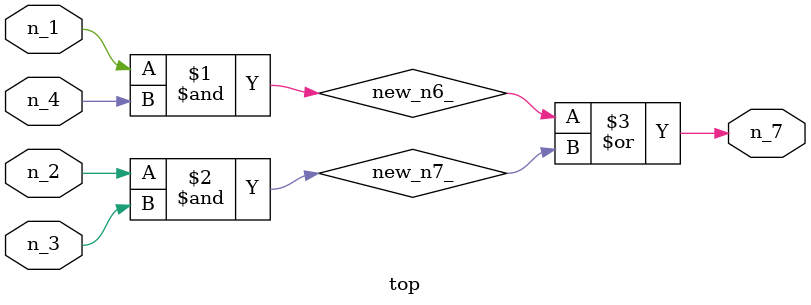
<source format=v>

module top ( 
    n_1, n_2, n_3, n_4,
    n_7  );
  input  n_1, n_2, n_3, n_4;
  output n_7;
  wire new_n6_, new_n7_;
  assign new_n6_ = n_1 & n_4;
  assign new_n7_ = n_2 & n_3;
  assign n_7 = new_n6_ | new_n7_;
endmodule



</source>
